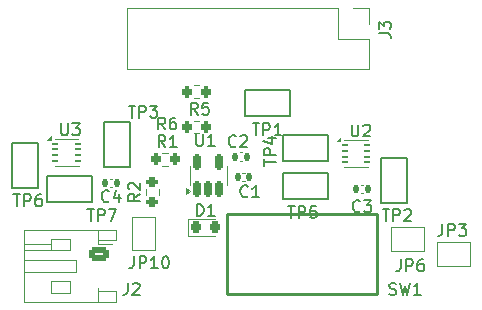
<source format=gbr>
%TF.GenerationSoftware,KiCad,Pcbnew,8.0.1*%
%TF.CreationDate,2024-03-24T23:40:03+02:00*%
%TF.ProjectId,circuit schematic,63697263-7569-4742-9073-6368656d6174,rev?*%
%TF.SameCoordinates,Original*%
%TF.FileFunction,Legend,Top*%
%TF.FilePolarity,Positive*%
%FSLAX46Y46*%
G04 Gerber Fmt 4.6, Leading zero omitted, Abs format (unit mm)*
G04 Created by KiCad (PCBNEW 8.0.1) date 2024-03-24 23:40:03*
%MOMM*%
%LPD*%
G01*
G04 APERTURE LIST*
G04 Aperture macros list*
%AMRoundRect*
0 Rectangle with rounded corners*
0 $1 Rounding radius*
0 $2 $3 $4 $5 $6 $7 $8 $9 X,Y pos of 4 corners*
0 Add a 4 corners polygon primitive as box body*
4,1,4,$2,$3,$4,$5,$6,$7,$8,$9,$2,$3,0*
0 Add four circle primitives for the rounded corners*
1,1,$1+$1,$2,$3*
1,1,$1+$1,$4,$5*
1,1,$1+$1,$6,$7*
1,1,$1+$1,$8,$9*
0 Add four rect primitives between the rounded corners*
20,1,$1+$1,$2,$3,$4,$5,0*
20,1,$1+$1,$4,$5,$6,$7,0*
20,1,$1+$1,$6,$7,$8,$9,0*
20,1,$1+$1,$8,$9,$2,$3,0*%
G04 Aperture macros list end*
%ADD10C,0.150000*%
%ADD11C,0.120000*%
%ADD12C,0.254000*%
%ADD13R,1.700000X1.700000*%
%ADD14O,1.700000X1.700000*%
%ADD15R,0.900000X1.600000*%
%ADD16RoundRect,0.062500X-0.187500X-0.062500X0.187500X-0.062500X0.187500X0.062500X-0.187500X0.062500X0*%
%ADD17RoundRect,0.218750X-0.218750X-0.256250X0.218750X-0.256250X0.218750X0.256250X-0.218750X0.256250X0*%
%ADD18RoundRect,0.150000X0.150000X-0.512500X0.150000X0.512500X-0.150000X0.512500X-0.150000X-0.512500X0*%
%ADD19R,3.400000X1.800000*%
%ADD20R,1.800000X3.400000*%
%ADD21C,2.500000*%
%ADD22RoundRect,0.200000X-0.200000X-0.275000X0.200000X-0.275000X0.200000X0.275000X-0.200000X0.275000X0*%
%ADD23RoundRect,0.200000X-0.275000X0.200000X-0.275000X-0.200000X0.275000X-0.200000X0.275000X0.200000X0*%
%ADD24RoundRect,0.200000X0.200000X0.275000X-0.200000X0.275000X-0.200000X-0.275000X0.200000X-0.275000X0*%
%ADD25R,1.500000X1.000000*%
%ADD26R,1.000000X1.500000*%
%ADD27RoundRect,0.250000X-0.625000X0.350000X-0.625000X-0.350000X0.625000X-0.350000X0.625000X0.350000X0*%
%ADD28O,1.750000X1.200000*%
%ADD29RoundRect,0.140000X0.140000X0.170000X-0.140000X0.170000X-0.140000X-0.170000X0.140000X-0.170000X0*%
%ADD30RoundRect,0.140000X-0.140000X-0.170000X0.140000X-0.170000X0.140000X0.170000X-0.140000X0.170000X0*%
G04 APERTURE END LIST*
D10*
X136704819Y-53333333D02*
X137419104Y-53333333D01*
X137419104Y-53333333D02*
X137561961Y-53380952D01*
X137561961Y-53380952D02*
X137657200Y-53476190D01*
X137657200Y-53476190D02*
X137704819Y-53619047D01*
X137704819Y-53619047D02*
X137704819Y-53714285D01*
X136704819Y-52952380D02*
X136704819Y-52333333D01*
X136704819Y-52333333D02*
X137085771Y-52666666D01*
X137085771Y-52666666D02*
X137085771Y-52523809D01*
X137085771Y-52523809D02*
X137133390Y-52428571D01*
X137133390Y-52428571D02*
X137181009Y-52380952D01*
X137181009Y-52380952D02*
X137276247Y-52333333D01*
X137276247Y-52333333D02*
X137514342Y-52333333D01*
X137514342Y-52333333D02*
X137609580Y-52380952D01*
X137609580Y-52380952D02*
X137657200Y-52428571D01*
X137657200Y-52428571D02*
X137704819Y-52523809D01*
X137704819Y-52523809D02*
X137704819Y-52809523D01*
X137704819Y-52809523D02*
X137657200Y-52904761D01*
X137657200Y-52904761D02*
X137609580Y-52952380D01*
X134368095Y-61054819D02*
X134368095Y-61864342D01*
X134368095Y-61864342D02*
X134415714Y-61959580D01*
X134415714Y-61959580D02*
X134463333Y-62007200D01*
X134463333Y-62007200D02*
X134558571Y-62054819D01*
X134558571Y-62054819D02*
X134749047Y-62054819D01*
X134749047Y-62054819D02*
X134844285Y-62007200D01*
X134844285Y-62007200D02*
X134891904Y-61959580D01*
X134891904Y-61959580D02*
X134939523Y-61864342D01*
X134939523Y-61864342D02*
X134939523Y-61054819D01*
X135368095Y-61150057D02*
X135415714Y-61102438D01*
X135415714Y-61102438D02*
X135510952Y-61054819D01*
X135510952Y-61054819D02*
X135749047Y-61054819D01*
X135749047Y-61054819D02*
X135844285Y-61102438D01*
X135844285Y-61102438D02*
X135891904Y-61150057D01*
X135891904Y-61150057D02*
X135939523Y-61245295D01*
X135939523Y-61245295D02*
X135939523Y-61340533D01*
X135939523Y-61340533D02*
X135891904Y-61483390D01*
X135891904Y-61483390D02*
X135320476Y-62054819D01*
X135320476Y-62054819D02*
X135939523Y-62054819D01*
X121261905Y-68774819D02*
X121261905Y-67774819D01*
X121261905Y-67774819D02*
X121500000Y-67774819D01*
X121500000Y-67774819D02*
X121642857Y-67822438D01*
X121642857Y-67822438D02*
X121738095Y-67917676D01*
X121738095Y-67917676D02*
X121785714Y-68012914D01*
X121785714Y-68012914D02*
X121833333Y-68203390D01*
X121833333Y-68203390D02*
X121833333Y-68346247D01*
X121833333Y-68346247D02*
X121785714Y-68536723D01*
X121785714Y-68536723D02*
X121738095Y-68631961D01*
X121738095Y-68631961D02*
X121642857Y-68727200D01*
X121642857Y-68727200D02*
X121500000Y-68774819D01*
X121500000Y-68774819D02*
X121261905Y-68774819D01*
X122785714Y-68774819D02*
X122214286Y-68774819D01*
X122500000Y-68774819D02*
X122500000Y-67774819D01*
X122500000Y-67774819D02*
X122404762Y-67917676D01*
X122404762Y-67917676D02*
X122309524Y-68012914D01*
X122309524Y-68012914D02*
X122214286Y-68060533D01*
X109788095Y-60954819D02*
X109788095Y-61764342D01*
X109788095Y-61764342D02*
X109835714Y-61859580D01*
X109835714Y-61859580D02*
X109883333Y-61907200D01*
X109883333Y-61907200D02*
X109978571Y-61954819D01*
X109978571Y-61954819D02*
X110169047Y-61954819D01*
X110169047Y-61954819D02*
X110264285Y-61907200D01*
X110264285Y-61907200D02*
X110311904Y-61859580D01*
X110311904Y-61859580D02*
X110359523Y-61764342D01*
X110359523Y-61764342D02*
X110359523Y-60954819D01*
X110740476Y-60954819D02*
X111359523Y-60954819D01*
X111359523Y-60954819D02*
X111026190Y-61335771D01*
X111026190Y-61335771D02*
X111169047Y-61335771D01*
X111169047Y-61335771D02*
X111264285Y-61383390D01*
X111264285Y-61383390D02*
X111311904Y-61431009D01*
X111311904Y-61431009D02*
X111359523Y-61526247D01*
X111359523Y-61526247D02*
X111359523Y-61764342D01*
X111359523Y-61764342D02*
X111311904Y-61859580D01*
X111311904Y-61859580D02*
X111264285Y-61907200D01*
X111264285Y-61907200D02*
X111169047Y-61954819D01*
X111169047Y-61954819D02*
X110883333Y-61954819D01*
X110883333Y-61954819D02*
X110788095Y-61907200D01*
X110788095Y-61907200D02*
X110740476Y-61859580D01*
X121208095Y-61842319D02*
X121208095Y-62651842D01*
X121208095Y-62651842D02*
X121255714Y-62747080D01*
X121255714Y-62747080D02*
X121303333Y-62794700D01*
X121303333Y-62794700D02*
X121398571Y-62842319D01*
X121398571Y-62842319D02*
X121589047Y-62842319D01*
X121589047Y-62842319D02*
X121684285Y-62794700D01*
X121684285Y-62794700D02*
X121731904Y-62747080D01*
X121731904Y-62747080D02*
X121779523Y-62651842D01*
X121779523Y-62651842D02*
X121779523Y-61842319D01*
X122779523Y-62842319D02*
X122208095Y-62842319D01*
X122493809Y-62842319D02*
X122493809Y-61842319D01*
X122493809Y-61842319D02*
X122398571Y-61985176D01*
X122398571Y-61985176D02*
X122303333Y-62080414D01*
X122303333Y-62080414D02*
X122208095Y-62128033D01*
X111988095Y-68204819D02*
X112559523Y-68204819D01*
X112273809Y-69204819D02*
X112273809Y-68204819D01*
X112892857Y-69204819D02*
X112892857Y-68204819D01*
X112892857Y-68204819D02*
X113273809Y-68204819D01*
X113273809Y-68204819D02*
X113369047Y-68252438D01*
X113369047Y-68252438D02*
X113416666Y-68300057D01*
X113416666Y-68300057D02*
X113464285Y-68395295D01*
X113464285Y-68395295D02*
X113464285Y-68538152D01*
X113464285Y-68538152D02*
X113416666Y-68633390D01*
X113416666Y-68633390D02*
X113369047Y-68681009D01*
X113369047Y-68681009D02*
X113273809Y-68728628D01*
X113273809Y-68728628D02*
X112892857Y-68728628D01*
X113797619Y-68204819D02*
X114464285Y-68204819D01*
X114464285Y-68204819D02*
X114035714Y-69204819D01*
X105738095Y-66954819D02*
X106309523Y-66954819D01*
X106023809Y-67954819D02*
X106023809Y-66954819D01*
X106642857Y-67954819D02*
X106642857Y-66954819D01*
X106642857Y-66954819D02*
X107023809Y-66954819D01*
X107023809Y-66954819D02*
X107119047Y-67002438D01*
X107119047Y-67002438D02*
X107166666Y-67050057D01*
X107166666Y-67050057D02*
X107214285Y-67145295D01*
X107214285Y-67145295D02*
X107214285Y-67288152D01*
X107214285Y-67288152D02*
X107166666Y-67383390D01*
X107166666Y-67383390D02*
X107119047Y-67431009D01*
X107119047Y-67431009D02*
X107023809Y-67478628D01*
X107023809Y-67478628D02*
X106642857Y-67478628D01*
X108071428Y-66954819D02*
X107880952Y-66954819D01*
X107880952Y-66954819D02*
X107785714Y-67002438D01*
X107785714Y-67002438D02*
X107738095Y-67050057D01*
X107738095Y-67050057D02*
X107642857Y-67192914D01*
X107642857Y-67192914D02*
X107595238Y-67383390D01*
X107595238Y-67383390D02*
X107595238Y-67764342D01*
X107595238Y-67764342D02*
X107642857Y-67859580D01*
X107642857Y-67859580D02*
X107690476Y-67907200D01*
X107690476Y-67907200D02*
X107785714Y-67954819D01*
X107785714Y-67954819D02*
X107976190Y-67954819D01*
X107976190Y-67954819D02*
X108071428Y-67907200D01*
X108071428Y-67907200D02*
X108119047Y-67859580D01*
X108119047Y-67859580D02*
X108166666Y-67764342D01*
X108166666Y-67764342D02*
X108166666Y-67526247D01*
X108166666Y-67526247D02*
X108119047Y-67431009D01*
X108119047Y-67431009D02*
X108071428Y-67383390D01*
X108071428Y-67383390D02*
X107976190Y-67335771D01*
X107976190Y-67335771D02*
X107785714Y-67335771D01*
X107785714Y-67335771D02*
X107690476Y-67383390D01*
X107690476Y-67383390D02*
X107642857Y-67431009D01*
X107642857Y-67431009D02*
X107595238Y-67526247D01*
X128988095Y-67954819D02*
X129559523Y-67954819D01*
X129273809Y-68954819D02*
X129273809Y-67954819D01*
X129892857Y-68954819D02*
X129892857Y-67954819D01*
X129892857Y-67954819D02*
X130273809Y-67954819D01*
X130273809Y-67954819D02*
X130369047Y-68002438D01*
X130369047Y-68002438D02*
X130416666Y-68050057D01*
X130416666Y-68050057D02*
X130464285Y-68145295D01*
X130464285Y-68145295D02*
X130464285Y-68288152D01*
X130464285Y-68288152D02*
X130416666Y-68383390D01*
X130416666Y-68383390D02*
X130369047Y-68431009D01*
X130369047Y-68431009D02*
X130273809Y-68478628D01*
X130273809Y-68478628D02*
X129892857Y-68478628D01*
X131369047Y-67954819D02*
X130892857Y-67954819D01*
X130892857Y-67954819D02*
X130845238Y-68431009D01*
X130845238Y-68431009D02*
X130892857Y-68383390D01*
X130892857Y-68383390D02*
X130988095Y-68335771D01*
X130988095Y-68335771D02*
X131226190Y-68335771D01*
X131226190Y-68335771D02*
X131321428Y-68383390D01*
X131321428Y-68383390D02*
X131369047Y-68431009D01*
X131369047Y-68431009D02*
X131416666Y-68526247D01*
X131416666Y-68526247D02*
X131416666Y-68764342D01*
X131416666Y-68764342D02*
X131369047Y-68859580D01*
X131369047Y-68859580D02*
X131321428Y-68907200D01*
X131321428Y-68907200D02*
X131226190Y-68954819D01*
X131226190Y-68954819D02*
X130988095Y-68954819D01*
X130988095Y-68954819D02*
X130892857Y-68907200D01*
X130892857Y-68907200D02*
X130845238Y-68859580D01*
X126954819Y-64511904D02*
X126954819Y-63940476D01*
X127954819Y-64226190D02*
X126954819Y-64226190D01*
X127954819Y-63607142D02*
X126954819Y-63607142D01*
X126954819Y-63607142D02*
X126954819Y-63226190D01*
X126954819Y-63226190D02*
X127002438Y-63130952D01*
X127002438Y-63130952D02*
X127050057Y-63083333D01*
X127050057Y-63083333D02*
X127145295Y-63035714D01*
X127145295Y-63035714D02*
X127288152Y-63035714D01*
X127288152Y-63035714D02*
X127383390Y-63083333D01*
X127383390Y-63083333D02*
X127431009Y-63130952D01*
X127431009Y-63130952D02*
X127478628Y-63226190D01*
X127478628Y-63226190D02*
X127478628Y-63607142D01*
X127288152Y-62178571D02*
X127954819Y-62178571D01*
X126907200Y-62416666D02*
X127621485Y-62654761D01*
X127621485Y-62654761D02*
X127621485Y-62035714D01*
X115488095Y-59454819D02*
X116059523Y-59454819D01*
X115773809Y-60454819D02*
X115773809Y-59454819D01*
X116392857Y-60454819D02*
X116392857Y-59454819D01*
X116392857Y-59454819D02*
X116773809Y-59454819D01*
X116773809Y-59454819D02*
X116869047Y-59502438D01*
X116869047Y-59502438D02*
X116916666Y-59550057D01*
X116916666Y-59550057D02*
X116964285Y-59645295D01*
X116964285Y-59645295D02*
X116964285Y-59788152D01*
X116964285Y-59788152D02*
X116916666Y-59883390D01*
X116916666Y-59883390D02*
X116869047Y-59931009D01*
X116869047Y-59931009D02*
X116773809Y-59978628D01*
X116773809Y-59978628D02*
X116392857Y-59978628D01*
X117297619Y-59454819D02*
X117916666Y-59454819D01*
X117916666Y-59454819D02*
X117583333Y-59835771D01*
X117583333Y-59835771D02*
X117726190Y-59835771D01*
X117726190Y-59835771D02*
X117821428Y-59883390D01*
X117821428Y-59883390D02*
X117869047Y-59931009D01*
X117869047Y-59931009D02*
X117916666Y-60026247D01*
X117916666Y-60026247D02*
X117916666Y-60264342D01*
X117916666Y-60264342D02*
X117869047Y-60359580D01*
X117869047Y-60359580D02*
X117821428Y-60407200D01*
X117821428Y-60407200D02*
X117726190Y-60454819D01*
X117726190Y-60454819D02*
X117440476Y-60454819D01*
X117440476Y-60454819D02*
X117345238Y-60407200D01*
X117345238Y-60407200D02*
X117297619Y-60359580D01*
X136988095Y-68204819D02*
X137559523Y-68204819D01*
X137273809Y-69204819D02*
X137273809Y-68204819D01*
X137892857Y-69204819D02*
X137892857Y-68204819D01*
X137892857Y-68204819D02*
X138273809Y-68204819D01*
X138273809Y-68204819D02*
X138369047Y-68252438D01*
X138369047Y-68252438D02*
X138416666Y-68300057D01*
X138416666Y-68300057D02*
X138464285Y-68395295D01*
X138464285Y-68395295D02*
X138464285Y-68538152D01*
X138464285Y-68538152D02*
X138416666Y-68633390D01*
X138416666Y-68633390D02*
X138369047Y-68681009D01*
X138369047Y-68681009D02*
X138273809Y-68728628D01*
X138273809Y-68728628D02*
X137892857Y-68728628D01*
X138845238Y-68300057D02*
X138892857Y-68252438D01*
X138892857Y-68252438D02*
X138988095Y-68204819D01*
X138988095Y-68204819D02*
X139226190Y-68204819D01*
X139226190Y-68204819D02*
X139321428Y-68252438D01*
X139321428Y-68252438D02*
X139369047Y-68300057D01*
X139369047Y-68300057D02*
X139416666Y-68395295D01*
X139416666Y-68395295D02*
X139416666Y-68490533D01*
X139416666Y-68490533D02*
X139369047Y-68633390D01*
X139369047Y-68633390D02*
X138797619Y-69204819D01*
X138797619Y-69204819D02*
X139416666Y-69204819D01*
X125988095Y-60954819D02*
X126559523Y-60954819D01*
X126273809Y-61954819D02*
X126273809Y-60954819D01*
X126892857Y-61954819D02*
X126892857Y-60954819D01*
X126892857Y-60954819D02*
X127273809Y-60954819D01*
X127273809Y-60954819D02*
X127369047Y-61002438D01*
X127369047Y-61002438D02*
X127416666Y-61050057D01*
X127416666Y-61050057D02*
X127464285Y-61145295D01*
X127464285Y-61145295D02*
X127464285Y-61288152D01*
X127464285Y-61288152D02*
X127416666Y-61383390D01*
X127416666Y-61383390D02*
X127369047Y-61431009D01*
X127369047Y-61431009D02*
X127273809Y-61478628D01*
X127273809Y-61478628D02*
X126892857Y-61478628D01*
X128416666Y-61954819D02*
X127845238Y-61954819D01*
X128130952Y-61954819D02*
X128130952Y-60954819D01*
X128130952Y-60954819D02*
X128035714Y-61097676D01*
X128035714Y-61097676D02*
X127940476Y-61192914D01*
X127940476Y-61192914D02*
X127845238Y-61240533D01*
X137566667Y-75407200D02*
X137709524Y-75454819D01*
X137709524Y-75454819D02*
X137947619Y-75454819D01*
X137947619Y-75454819D02*
X138042857Y-75407200D01*
X138042857Y-75407200D02*
X138090476Y-75359580D01*
X138090476Y-75359580D02*
X138138095Y-75264342D01*
X138138095Y-75264342D02*
X138138095Y-75169104D01*
X138138095Y-75169104D02*
X138090476Y-75073866D01*
X138090476Y-75073866D02*
X138042857Y-75026247D01*
X138042857Y-75026247D02*
X137947619Y-74978628D01*
X137947619Y-74978628D02*
X137757143Y-74931009D01*
X137757143Y-74931009D02*
X137661905Y-74883390D01*
X137661905Y-74883390D02*
X137614286Y-74835771D01*
X137614286Y-74835771D02*
X137566667Y-74740533D01*
X137566667Y-74740533D02*
X137566667Y-74645295D01*
X137566667Y-74645295D02*
X137614286Y-74550057D01*
X137614286Y-74550057D02*
X137661905Y-74502438D01*
X137661905Y-74502438D02*
X137757143Y-74454819D01*
X137757143Y-74454819D02*
X137995238Y-74454819D01*
X137995238Y-74454819D02*
X138138095Y-74502438D01*
X138471429Y-74454819D02*
X138709524Y-75454819D01*
X138709524Y-75454819D02*
X138900000Y-74740533D01*
X138900000Y-74740533D02*
X139090476Y-75454819D01*
X139090476Y-75454819D02*
X139328572Y-74454819D01*
X140233333Y-75454819D02*
X139661905Y-75454819D01*
X139947619Y-75454819D02*
X139947619Y-74454819D01*
X139947619Y-74454819D02*
X139852381Y-74597676D01*
X139852381Y-74597676D02*
X139757143Y-74692914D01*
X139757143Y-74692914D02*
X139661905Y-74740533D01*
X118583333Y-61454819D02*
X118250000Y-60978628D01*
X118011905Y-61454819D02*
X118011905Y-60454819D01*
X118011905Y-60454819D02*
X118392857Y-60454819D01*
X118392857Y-60454819D02*
X118488095Y-60502438D01*
X118488095Y-60502438D02*
X118535714Y-60550057D01*
X118535714Y-60550057D02*
X118583333Y-60645295D01*
X118583333Y-60645295D02*
X118583333Y-60788152D01*
X118583333Y-60788152D02*
X118535714Y-60883390D01*
X118535714Y-60883390D02*
X118488095Y-60931009D01*
X118488095Y-60931009D02*
X118392857Y-60978628D01*
X118392857Y-60978628D02*
X118011905Y-60978628D01*
X119440476Y-60454819D02*
X119250000Y-60454819D01*
X119250000Y-60454819D02*
X119154762Y-60502438D01*
X119154762Y-60502438D02*
X119107143Y-60550057D01*
X119107143Y-60550057D02*
X119011905Y-60692914D01*
X119011905Y-60692914D02*
X118964286Y-60883390D01*
X118964286Y-60883390D02*
X118964286Y-61264342D01*
X118964286Y-61264342D02*
X119011905Y-61359580D01*
X119011905Y-61359580D02*
X119059524Y-61407200D01*
X119059524Y-61407200D02*
X119154762Y-61454819D01*
X119154762Y-61454819D02*
X119345238Y-61454819D01*
X119345238Y-61454819D02*
X119440476Y-61407200D01*
X119440476Y-61407200D02*
X119488095Y-61359580D01*
X119488095Y-61359580D02*
X119535714Y-61264342D01*
X119535714Y-61264342D02*
X119535714Y-61026247D01*
X119535714Y-61026247D02*
X119488095Y-60931009D01*
X119488095Y-60931009D02*
X119440476Y-60883390D01*
X119440476Y-60883390D02*
X119345238Y-60835771D01*
X119345238Y-60835771D02*
X119154762Y-60835771D01*
X119154762Y-60835771D02*
X119059524Y-60883390D01*
X119059524Y-60883390D02*
X119011905Y-60931009D01*
X119011905Y-60931009D02*
X118964286Y-61026247D01*
X121333333Y-60204819D02*
X121000000Y-59728628D01*
X120761905Y-60204819D02*
X120761905Y-59204819D01*
X120761905Y-59204819D02*
X121142857Y-59204819D01*
X121142857Y-59204819D02*
X121238095Y-59252438D01*
X121238095Y-59252438D02*
X121285714Y-59300057D01*
X121285714Y-59300057D02*
X121333333Y-59395295D01*
X121333333Y-59395295D02*
X121333333Y-59538152D01*
X121333333Y-59538152D02*
X121285714Y-59633390D01*
X121285714Y-59633390D02*
X121238095Y-59681009D01*
X121238095Y-59681009D02*
X121142857Y-59728628D01*
X121142857Y-59728628D02*
X120761905Y-59728628D01*
X122238095Y-59204819D02*
X121761905Y-59204819D01*
X121761905Y-59204819D02*
X121714286Y-59681009D01*
X121714286Y-59681009D02*
X121761905Y-59633390D01*
X121761905Y-59633390D02*
X121857143Y-59585771D01*
X121857143Y-59585771D02*
X122095238Y-59585771D01*
X122095238Y-59585771D02*
X122190476Y-59633390D01*
X122190476Y-59633390D02*
X122238095Y-59681009D01*
X122238095Y-59681009D02*
X122285714Y-59776247D01*
X122285714Y-59776247D02*
X122285714Y-60014342D01*
X122285714Y-60014342D02*
X122238095Y-60109580D01*
X122238095Y-60109580D02*
X122190476Y-60157200D01*
X122190476Y-60157200D02*
X122095238Y-60204819D01*
X122095238Y-60204819D02*
X121857143Y-60204819D01*
X121857143Y-60204819D02*
X121761905Y-60157200D01*
X121761905Y-60157200D02*
X121714286Y-60109580D01*
X116454819Y-66916666D02*
X115978628Y-67249999D01*
X116454819Y-67488094D02*
X115454819Y-67488094D01*
X115454819Y-67488094D02*
X115454819Y-67107142D01*
X115454819Y-67107142D02*
X115502438Y-67011904D01*
X115502438Y-67011904D02*
X115550057Y-66964285D01*
X115550057Y-66964285D02*
X115645295Y-66916666D01*
X115645295Y-66916666D02*
X115788152Y-66916666D01*
X115788152Y-66916666D02*
X115883390Y-66964285D01*
X115883390Y-66964285D02*
X115931009Y-67011904D01*
X115931009Y-67011904D02*
X115978628Y-67107142D01*
X115978628Y-67107142D02*
X115978628Y-67488094D01*
X115550057Y-66535713D02*
X115502438Y-66488094D01*
X115502438Y-66488094D02*
X115454819Y-66392856D01*
X115454819Y-66392856D02*
X115454819Y-66154761D01*
X115454819Y-66154761D02*
X115502438Y-66059523D01*
X115502438Y-66059523D02*
X115550057Y-66011904D01*
X115550057Y-66011904D02*
X115645295Y-65964285D01*
X115645295Y-65964285D02*
X115740533Y-65964285D01*
X115740533Y-65964285D02*
X115883390Y-66011904D01*
X115883390Y-66011904D02*
X116454819Y-66583332D01*
X116454819Y-66583332D02*
X116454819Y-65964285D01*
X118603333Y-62954819D02*
X118270000Y-62478628D01*
X118031905Y-62954819D02*
X118031905Y-61954819D01*
X118031905Y-61954819D02*
X118412857Y-61954819D01*
X118412857Y-61954819D02*
X118508095Y-62002438D01*
X118508095Y-62002438D02*
X118555714Y-62050057D01*
X118555714Y-62050057D02*
X118603333Y-62145295D01*
X118603333Y-62145295D02*
X118603333Y-62288152D01*
X118603333Y-62288152D02*
X118555714Y-62383390D01*
X118555714Y-62383390D02*
X118508095Y-62431009D01*
X118508095Y-62431009D02*
X118412857Y-62478628D01*
X118412857Y-62478628D02*
X118031905Y-62478628D01*
X119555714Y-62954819D02*
X118984286Y-62954819D01*
X119270000Y-62954819D02*
X119270000Y-61954819D01*
X119270000Y-61954819D02*
X119174762Y-62097676D01*
X119174762Y-62097676D02*
X119079524Y-62192914D01*
X119079524Y-62192914D02*
X118984286Y-62240533D01*
X115940476Y-72204819D02*
X115940476Y-72919104D01*
X115940476Y-72919104D02*
X115892857Y-73061961D01*
X115892857Y-73061961D02*
X115797619Y-73157200D01*
X115797619Y-73157200D02*
X115654762Y-73204819D01*
X115654762Y-73204819D02*
X115559524Y-73204819D01*
X116416667Y-73204819D02*
X116416667Y-72204819D01*
X116416667Y-72204819D02*
X116797619Y-72204819D01*
X116797619Y-72204819D02*
X116892857Y-72252438D01*
X116892857Y-72252438D02*
X116940476Y-72300057D01*
X116940476Y-72300057D02*
X116988095Y-72395295D01*
X116988095Y-72395295D02*
X116988095Y-72538152D01*
X116988095Y-72538152D02*
X116940476Y-72633390D01*
X116940476Y-72633390D02*
X116892857Y-72681009D01*
X116892857Y-72681009D02*
X116797619Y-72728628D01*
X116797619Y-72728628D02*
X116416667Y-72728628D01*
X117940476Y-73204819D02*
X117369048Y-73204819D01*
X117654762Y-73204819D02*
X117654762Y-72204819D01*
X117654762Y-72204819D02*
X117559524Y-72347676D01*
X117559524Y-72347676D02*
X117464286Y-72442914D01*
X117464286Y-72442914D02*
X117369048Y-72490533D01*
X118559524Y-72204819D02*
X118654762Y-72204819D01*
X118654762Y-72204819D02*
X118750000Y-72252438D01*
X118750000Y-72252438D02*
X118797619Y-72300057D01*
X118797619Y-72300057D02*
X118845238Y-72395295D01*
X118845238Y-72395295D02*
X118892857Y-72585771D01*
X118892857Y-72585771D02*
X118892857Y-72823866D01*
X118892857Y-72823866D02*
X118845238Y-73014342D01*
X118845238Y-73014342D02*
X118797619Y-73109580D01*
X118797619Y-73109580D02*
X118750000Y-73157200D01*
X118750000Y-73157200D02*
X118654762Y-73204819D01*
X118654762Y-73204819D02*
X118559524Y-73204819D01*
X118559524Y-73204819D02*
X118464286Y-73157200D01*
X118464286Y-73157200D02*
X118416667Y-73109580D01*
X118416667Y-73109580D02*
X118369048Y-73014342D01*
X118369048Y-73014342D02*
X118321429Y-72823866D01*
X118321429Y-72823866D02*
X118321429Y-72585771D01*
X118321429Y-72585771D02*
X118369048Y-72395295D01*
X118369048Y-72395295D02*
X118416667Y-72300057D01*
X118416667Y-72300057D02*
X118464286Y-72252438D01*
X118464286Y-72252438D02*
X118559524Y-72204819D01*
X138516666Y-72454819D02*
X138516666Y-73169104D01*
X138516666Y-73169104D02*
X138469047Y-73311961D01*
X138469047Y-73311961D02*
X138373809Y-73407200D01*
X138373809Y-73407200D02*
X138230952Y-73454819D01*
X138230952Y-73454819D02*
X138135714Y-73454819D01*
X138992857Y-73454819D02*
X138992857Y-72454819D01*
X138992857Y-72454819D02*
X139373809Y-72454819D01*
X139373809Y-72454819D02*
X139469047Y-72502438D01*
X139469047Y-72502438D02*
X139516666Y-72550057D01*
X139516666Y-72550057D02*
X139564285Y-72645295D01*
X139564285Y-72645295D02*
X139564285Y-72788152D01*
X139564285Y-72788152D02*
X139516666Y-72883390D01*
X139516666Y-72883390D02*
X139469047Y-72931009D01*
X139469047Y-72931009D02*
X139373809Y-72978628D01*
X139373809Y-72978628D02*
X138992857Y-72978628D01*
X140421428Y-72454819D02*
X140230952Y-72454819D01*
X140230952Y-72454819D02*
X140135714Y-72502438D01*
X140135714Y-72502438D02*
X140088095Y-72550057D01*
X140088095Y-72550057D02*
X139992857Y-72692914D01*
X139992857Y-72692914D02*
X139945238Y-72883390D01*
X139945238Y-72883390D02*
X139945238Y-73264342D01*
X139945238Y-73264342D02*
X139992857Y-73359580D01*
X139992857Y-73359580D02*
X140040476Y-73407200D01*
X140040476Y-73407200D02*
X140135714Y-73454819D01*
X140135714Y-73454819D02*
X140326190Y-73454819D01*
X140326190Y-73454819D02*
X140421428Y-73407200D01*
X140421428Y-73407200D02*
X140469047Y-73359580D01*
X140469047Y-73359580D02*
X140516666Y-73264342D01*
X140516666Y-73264342D02*
X140516666Y-73026247D01*
X140516666Y-73026247D02*
X140469047Y-72931009D01*
X140469047Y-72931009D02*
X140421428Y-72883390D01*
X140421428Y-72883390D02*
X140326190Y-72835771D01*
X140326190Y-72835771D02*
X140135714Y-72835771D01*
X140135714Y-72835771D02*
X140040476Y-72883390D01*
X140040476Y-72883390D02*
X139992857Y-72931009D01*
X139992857Y-72931009D02*
X139945238Y-73026247D01*
X142066666Y-69454819D02*
X142066666Y-70169104D01*
X142066666Y-70169104D02*
X142019047Y-70311961D01*
X142019047Y-70311961D02*
X141923809Y-70407200D01*
X141923809Y-70407200D02*
X141780952Y-70454819D01*
X141780952Y-70454819D02*
X141685714Y-70454819D01*
X142542857Y-70454819D02*
X142542857Y-69454819D01*
X142542857Y-69454819D02*
X142923809Y-69454819D01*
X142923809Y-69454819D02*
X143019047Y-69502438D01*
X143019047Y-69502438D02*
X143066666Y-69550057D01*
X143066666Y-69550057D02*
X143114285Y-69645295D01*
X143114285Y-69645295D02*
X143114285Y-69788152D01*
X143114285Y-69788152D02*
X143066666Y-69883390D01*
X143066666Y-69883390D02*
X143019047Y-69931009D01*
X143019047Y-69931009D02*
X142923809Y-69978628D01*
X142923809Y-69978628D02*
X142542857Y-69978628D01*
X143447619Y-69454819D02*
X144066666Y-69454819D01*
X144066666Y-69454819D02*
X143733333Y-69835771D01*
X143733333Y-69835771D02*
X143876190Y-69835771D01*
X143876190Y-69835771D02*
X143971428Y-69883390D01*
X143971428Y-69883390D02*
X144019047Y-69931009D01*
X144019047Y-69931009D02*
X144066666Y-70026247D01*
X144066666Y-70026247D02*
X144066666Y-70264342D01*
X144066666Y-70264342D02*
X144019047Y-70359580D01*
X144019047Y-70359580D02*
X143971428Y-70407200D01*
X143971428Y-70407200D02*
X143876190Y-70454819D01*
X143876190Y-70454819D02*
X143590476Y-70454819D01*
X143590476Y-70454819D02*
X143495238Y-70407200D01*
X143495238Y-70407200D02*
X143447619Y-70359580D01*
X115416666Y-74454819D02*
X115416666Y-75169104D01*
X115416666Y-75169104D02*
X115369047Y-75311961D01*
X115369047Y-75311961D02*
X115273809Y-75407200D01*
X115273809Y-75407200D02*
X115130952Y-75454819D01*
X115130952Y-75454819D02*
X115035714Y-75454819D01*
X115845238Y-74550057D02*
X115892857Y-74502438D01*
X115892857Y-74502438D02*
X115988095Y-74454819D01*
X115988095Y-74454819D02*
X116226190Y-74454819D01*
X116226190Y-74454819D02*
X116321428Y-74502438D01*
X116321428Y-74502438D02*
X116369047Y-74550057D01*
X116369047Y-74550057D02*
X116416666Y-74645295D01*
X116416666Y-74645295D02*
X116416666Y-74740533D01*
X116416666Y-74740533D02*
X116369047Y-74883390D01*
X116369047Y-74883390D02*
X115797619Y-75454819D01*
X115797619Y-75454819D02*
X116416666Y-75454819D01*
X113833333Y-67519580D02*
X113785714Y-67567200D01*
X113785714Y-67567200D02*
X113642857Y-67614819D01*
X113642857Y-67614819D02*
X113547619Y-67614819D01*
X113547619Y-67614819D02*
X113404762Y-67567200D01*
X113404762Y-67567200D02*
X113309524Y-67471961D01*
X113309524Y-67471961D02*
X113261905Y-67376723D01*
X113261905Y-67376723D02*
X113214286Y-67186247D01*
X113214286Y-67186247D02*
X113214286Y-67043390D01*
X113214286Y-67043390D02*
X113261905Y-66852914D01*
X113261905Y-66852914D02*
X113309524Y-66757676D01*
X113309524Y-66757676D02*
X113404762Y-66662438D01*
X113404762Y-66662438D02*
X113547619Y-66614819D01*
X113547619Y-66614819D02*
X113642857Y-66614819D01*
X113642857Y-66614819D02*
X113785714Y-66662438D01*
X113785714Y-66662438D02*
X113833333Y-66710057D01*
X114690476Y-66948152D02*
X114690476Y-67614819D01*
X114452381Y-66567200D02*
X114214286Y-67281485D01*
X114214286Y-67281485D02*
X114833333Y-67281485D01*
X135083333Y-68359580D02*
X135035714Y-68407200D01*
X135035714Y-68407200D02*
X134892857Y-68454819D01*
X134892857Y-68454819D02*
X134797619Y-68454819D01*
X134797619Y-68454819D02*
X134654762Y-68407200D01*
X134654762Y-68407200D02*
X134559524Y-68311961D01*
X134559524Y-68311961D02*
X134511905Y-68216723D01*
X134511905Y-68216723D02*
X134464286Y-68026247D01*
X134464286Y-68026247D02*
X134464286Y-67883390D01*
X134464286Y-67883390D02*
X134511905Y-67692914D01*
X134511905Y-67692914D02*
X134559524Y-67597676D01*
X134559524Y-67597676D02*
X134654762Y-67502438D01*
X134654762Y-67502438D02*
X134797619Y-67454819D01*
X134797619Y-67454819D02*
X134892857Y-67454819D01*
X134892857Y-67454819D02*
X135035714Y-67502438D01*
X135035714Y-67502438D02*
X135083333Y-67550057D01*
X135416667Y-67454819D02*
X136035714Y-67454819D01*
X136035714Y-67454819D02*
X135702381Y-67835771D01*
X135702381Y-67835771D02*
X135845238Y-67835771D01*
X135845238Y-67835771D02*
X135940476Y-67883390D01*
X135940476Y-67883390D02*
X135988095Y-67931009D01*
X135988095Y-67931009D02*
X136035714Y-68026247D01*
X136035714Y-68026247D02*
X136035714Y-68264342D01*
X136035714Y-68264342D02*
X135988095Y-68359580D01*
X135988095Y-68359580D02*
X135940476Y-68407200D01*
X135940476Y-68407200D02*
X135845238Y-68454819D01*
X135845238Y-68454819D02*
X135559524Y-68454819D01*
X135559524Y-68454819D02*
X135464286Y-68407200D01*
X135464286Y-68407200D02*
X135416667Y-68359580D01*
X124583333Y-62859580D02*
X124535714Y-62907200D01*
X124535714Y-62907200D02*
X124392857Y-62954819D01*
X124392857Y-62954819D02*
X124297619Y-62954819D01*
X124297619Y-62954819D02*
X124154762Y-62907200D01*
X124154762Y-62907200D02*
X124059524Y-62811961D01*
X124059524Y-62811961D02*
X124011905Y-62716723D01*
X124011905Y-62716723D02*
X123964286Y-62526247D01*
X123964286Y-62526247D02*
X123964286Y-62383390D01*
X123964286Y-62383390D02*
X124011905Y-62192914D01*
X124011905Y-62192914D02*
X124059524Y-62097676D01*
X124059524Y-62097676D02*
X124154762Y-62002438D01*
X124154762Y-62002438D02*
X124297619Y-61954819D01*
X124297619Y-61954819D02*
X124392857Y-61954819D01*
X124392857Y-61954819D02*
X124535714Y-62002438D01*
X124535714Y-62002438D02*
X124583333Y-62050057D01*
X124964286Y-62050057D02*
X125011905Y-62002438D01*
X125011905Y-62002438D02*
X125107143Y-61954819D01*
X125107143Y-61954819D02*
X125345238Y-61954819D01*
X125345238Y-61954819D02*
X125440476Y-62002438D01*
X125440476Y-62002438D02*
X125488095Y-62050057D01*
X125488095Y-62050057D02*
X125535714Y-62145295D01*
X125535714Y-62145295D02*
X125535714Y-62240533D01*
X125535714Y-62240533D02*
X125488095Y-62383390D01*
X125488095Y-62383390D02*
X124916667Y-62954819D01*
X124916667Y-62954819D02*
X125535714Y-62954819D01*
X125583333Y-67109580D02*
X125535714Y-67157200D01*
X125535714Y-67157200D02*
X125392857Y-67204819D01*
X125392857Y-67204819D02*
X125297619Y-67204819D01*
X125297619Y-67204819D02*
X125154762Y-67157200D01*
X125154762Y-67157200D02*
X125059524Y-67061961D01*
X125059524Y-67061961D02*
X125011905Y-66966723D01*
X125011905Y-66966723D02*
X124964286Y-66776247D01*
X124964286Y-66776247D02*
X124964286Y-66633390D01*
X124964286Y-66633390D02*
X125011905Y-66442914D01*
X125011905Y-66442914D02*
X125059524Y-66347676D01*
X125059524Y-66347676D02*
X125154762Y-66252438D01*
X125154762Y-66252438D02*
X125297619Y-66204819D01*
X125297619Y-66204819D02*
X125392857Y-66204819D01*
X125392857Y-66204819D02*
X125535714Y-66252438D01*
X125535714Y-66252438D02*
X125583333Y-66300057D01*
X126535714Y-67204819D02*
X125964286Y-67204819D01*
X126250000Y-67204819D02*
X126250000Y-66204819D01*
X126250000Y-66204819D02*
X126154762Y-66347676D01*
X126154762Y-66347676D02*
X126059524Y-66442914D01*
X126059524Y-66442914D02*
X125964286Y-66490533D01*
D11*
%TO.C,J3*%
X135830000Y-51170000D02*
X135830000Y-52500000D01*
X134500000Y-51170000D02*
X135830000Y-51170000D01*
X133230000Y-51170000D02*
X115390000Y-51170000D01*
X133230000Y-51170000D02*
X133230000Y-53770000D01*
X115390000Y-51170000D02*
X115390000Y-56370000D01*
X135830000Y-53770000D02*
X135830000Y-56370000D01*
X133230000Y-53770000D02*
X135830000Y-53770000D01*
X135830000Y-56370000D02*
X115390000Y-56370000D01*
%TO.C,U2*%
X133380000Y-62430000D02*
X133100000Y-62430000D01*
X133380000Y-62150000D01*
X133380000Y-62430000D01*
G36*
X133380000Y-62430000D02*
G01*
X133100000Y-62430000D01*
X133380000Y-62150000D01*
X133380000Y-62430000D01*
G37*
X133750000Y-64640000D02*
X135750000Y-64640000D01*
X133740000Y-62360000D02*
X135740000Y-62360000D01*
%TO.C,D1*%
X120515000Y-69015000D02*
X120515000Y-70485000D01*
X120515000Y-70485000D02*
X122800000Y-70485000D01*
X122800000Y-69015000D02*
X120515000Y-69015000D01*
%TO.C,U3*%
X109240000Y-62260000D02*
X111240000Y-62260000D01*
X109250000Y-64540000D02*
X111250000Y-64540000D01*
X108880000Y-62330000D02*
X108600000Y-62330000D01*
X108880000Y-62050000D01*
X108880000Y-62330000D01*
G36*
X108880000Y-62330000D02*
G01*
X108600000Y-62330000D01*
X108880000Y-62050000D01*
X108880000Y-62330000D01*
G37*
%TO.C,U1*%
X120660000Y-65387500D02*
X120660000Y-66187500D01*
X120660000Y-65387500D02*
X120660000Y-64587500D01*
X123780000Y-65387500D02*
X123780000Y-66187500D01*
X123780000Y-65387500D02*
X123780000Y-64587500D01*
X120710000Y-66687500D02*
X120380000Y-66927500D01*
X120380000Y-66447500D01*
X120710000Y-66687500D01*
G36*
X120710000Y-66687500D02*
G01*
X120380000Y-66927500D01*
X120380000Y-66447500D01*
X120710000Y-66687500D01*
G37*
D10*
%TO.C,TP7*%
X112400000Y-67600000D02*
X108600000Y-67600000D01*
X112400000Y-65400000D02*
X112400000Y-67600000D01*
X108600000Y-67600000D02*
X108600000Y-65400000D01*
X108600000Y-65400000D02*
X112400000Y-65400000D01*
%TO.C,TP6*%
X105650000Y-66400000D02*
X105650000Y-62600000D01*
X107850000Y-66400000D02*
X105650000Y-66400000D01*
X105650000Y-62600000D02*
X107850000Y-62600000D01*
X107850000Y-62600000D02*
X107850000Y-66400000D01*
%TO.C,TP5*%
X132400000Y-67350000D02*
X128600000Y-67350000D01*
X132400000Y-65150000D02*
X132400000Y-67350000D01*
X128600000Y-67350000D02*
X128600000Y-65150000D01*
X128600000Y-65150000D02*
X132400000Y-65150000D01*
%TO.C,TP4*%
X128600000Y-61900000D02*
X132400000Y-61900000D01*
X128600000Y-64100000D02*
X128600000Y-61900000D01*
X132400000Y-61900000D02*
X132400000Y-64100000D01*
X132400000Y-64100000D02*
X128600000Y-64100000D01*
%TO.C,TP3*%
X113400000Y-64650000D02*
X113400000Y-60850000D01*
X115600000Y-64650000D02*
X113400000Y-64650000D01*
X113400000Y-60850000D02*
X115600000Y-60850000D01*
X115600000Y-60850000D02*
X115600000Y-64650000D01*
%TO.C,TP2*%
X139100000Y-63850000D02*
X139100000Y-67650000D01*
X136900000Y-63850000D02*
X139100000Y-63850000D01*
X139100000Y-67650000D02*
X136900000Y-67650000D01*
X136900000Y-67650000D02*
X136900000Y-63850000D01*
%TO.C,TP1*%
X129150000Y-60350000D02*
X125350000Y-60350000D01*
X129150000Y-58150000D02*
X129150000Y-60350000D01*
X125350000Y-60350000D02*
X125350000Y-58150000D01*
X125350000Y-58150000D02*
X129150000Y-58150000D01*
%TO.C,SW1*%
D12*
X136550000Y-75350000D02*
X123850000Y-75350000D01*
X123850000Y-68650000D01*
X136550000Y-68650000D01*
X136550000Y-75350000D01*
D11*
%TO.C,R6*%
X121012742Y-58772500D02*
X121487258Y-58772500D01*
X121012742Y-57727500D02*
X121487258Y-57727500D01*
%TO.C,R5*%
X121012742Y-60727500D02*
X121487258Y-60727500D01*
X121012742Y-61772500D02*
X121487258Y-61772500D01*
%TO.C,R2*%
X118022500Y-66512742D02*
X118022500Y-66987258D01*
X116977500Y-66512742D02*
X116977500Y-66987258D01*
%TO.C,R1*%
X118832258Y-64522500D02*
X118357742Y-64522500D01*
X118832258Y-63477500D02*
X118357742Y-63477500D01*
%TO.C,JP10*%
X115750000Y-71650000D02*
X115750000Y-68850000D01*
X117750000Y-71650000D02*
X115750000Y-71650000D01*
X115750000Y-68850000D02*
X117750000Y-68850000D01*
X117750000Y-68850000D02*
X117750000Y-71650000D01*
%TO.C,JP6*%
X137700000Y-69750000D02*
X140500000Y-69750000D01*
X137700000Y-71750000D02*
X137700000Y-69750000D01*
X140500000Y-69750000D02*
X140500000Y-71750000D01*
X140500000Y-71750000D02*
X137700000Y-71750000D01*
%TO.C,JP3*%
X144400000Y-73000000D02*
X141600000Y-73000000D01*
X144400000Y-71000000D02*
X144400000Y-73000000D01*
X141600000Y-73000000D02*
X141600000Y-71000000D01*
X141600000Y-71000000D02*
X144400000Y-71000000D01*
%TO.C,J2*%
X114460000Y-69940000D02*
X106640000Y-69940000D01*
X112860000Y-69940000D02*
X112860000Y-70860000D01*
X106640000Y-69940000D02*
X106640000Y-76060000D01*
X110500000Y-70700000D02*
X108900000Y-70700000D01*
X108900000Y-70700000D02*
X108900000Y-71700000D01*
X114460000Y-70860000D02*
X114460000Y-69940000D01*
X112860000Y-70860000D02*
X114460000Y-70860000D01*
X112860000Y-71140000D02*
X112860000Y-70860000D01*
X112860000Y-71140000D02*
X114075000Y-71140000D01*
X108900000Y-71200000D02*
X106640000Y-71200000D01*
X110500000Y-71700000D02*
X110500000Y-70700000D01*
X108900000Y-71700000D02*
X110500000Y-71700000D01*
X108900000Y-71700000D02*
X106640000Y-71700000D01*
X111000000Y-72500000D02*
X111000000Y-73500000D01*
X106640000Y-72500000D02*
X111000000Y-72500000D01*
X111000000Y-73500000D02*
X106640000Y-73500000D01*
X110500000Y-74300000D02*
X110500000Y-75300000D01*
X108900000Y-74300000D02*
X110500000Y-74300000D01*
X114460000Y-75140000D02*
X112860000Y-75140000D01*
X112860000Y-75140000D02*
X112860000Y-74860000D01*
X110500000Y-75300000D02*
X108900000Y-75300000D01*
X108900000Y-75300000D02*
X108900000Y-74300000D01*
X114460000Y-76060000D02*
X114460000Y-75140000D01*
X112860000Y-76060000D02*
X112860000Y-75140000D01*
X106640000Y-76060000D02*
X114460000Y-76060000D01*
%TO.C,C4*%
X114107836Y-66360000D02*
X113892164Y-66360000D01*
X114107836Y-65640000D02*
X113892164Y-65640000D01*
%TO.C,C3*%
X135142164Y-66140000D02*
X135357836Y-66140000D01*
X135142164Y-66860000D02*
X135357836Y-66860000D01*
%TO.C,C2*%
X124892164Y-63390000D02*
X125107836Y-63390000D01*
X124892164Y-64110000D02*
X125107836Y-64110000D01*
%TO.C,C1*%
X125122164Y-65140000D02*
X125337836Y-65140000D01*
X125122164Y-65860000D02*
X125337836Y-65860000D01*
%TD*%
%LPC*%
D13*
%TO.C,J3*%
X134500000Y-52500000D03*
D14*
X134500000Y-55040000D03*
X131960000Y-52500000D03*
X131960000Y-55040000D03*
X129420000Y-52500000D03*
X129420000Y-55040000D03*
X126880000Y-52500000D03*
X126880000Y-55040000D03*
X124340000Y-52500000D03*
X124340000Y-55040000D03*
X121800000Y-52500000D03*
X121800000Y-55040000D03*
X119260000Y-52500000D03*
X119260000Y-55040000D03*
X116720000Y-52500000D03*
X116720000Y-55040000D03*
%TD*%
D15*
%TO.C,U2*%
X134750000Y-63500000D03*
D16*
X135700000Y-62750000D03*
X135700000Y-63250000D03*
X135700000Y-63750000D03*
X135700000Y-64250000D03*
X133800000Y-64250000D03*
X133800000Y-63750000D03*
X133800000Y-63250000D03*
X133800000Y-62750000D03*
%TD*%
D17*
%TO.C,D1*%
X121212500Y-69750000D03*
X122787500Y-69750000D03*
%TD*%
D16*
%TO.C,U3*%
X109300000Y-62650000D03*
X109300000Y-63150000D03*
X109300000Y-63650000D03*
X109300000Y-64150000D03*
X111200000Y-64150000D03*
X111200000Y-63650000D03*
X111200000Y-63150000D03*
X111200000Y-62650000D03*
D15*
X110250000Y-63400000D03*
%TD*%
D18*
%TO.C,U1*%
X121270000Y-66525000D03*
X122220000Y-66525000D03*
X123170000Y-66525000D03*
X123170000Y-64250000D03*
X121270000Y-64250000D03*
%TD*%
D19*
%TO.C,TP7*%
X110500000Y-66500000D03*
%TD*%
D20*
%TO.C,TP6*%
X106750000Y-64500000D03*
%TD*%
D19*
%TO.C,TP5*%
X130500000Y-66250000D03*
%TD*%
%TO.C,TP4*%
X130500000Y-63000000D03*
%TD*%
D20*
%TO.C,TP3*%
X114500000Y-62750000D03*
%TD*%
%TO.C,TP2*%
X138000000Y-65750000D03*
%TD*%
D19*
%TO.C,TP1*%
X127250000Y-59250000D03*
%TD*%
D21*
%TO.C,SW1*%
X134900000Y-72000000D03*
X130200000Y-72000000D03*
X125500000Y-72000000D03*
%TD*%
D22*
%TO.C,R6*%
X122075000Y-58250000D03*
X120425000Y-58250000D03*
%TD*%
%TO.C,R5*%
X120425000Y-61250000D03*
X122075000Y-61250000D03*
%TD*%
D23*
%TO.C,R2*%
X117500000Y-65925000D03*
X117500000Y-67575000D03*
%TD*%
D24*
%TO.C,R1*%
X119420000Y-64000000D03*
X117770000Y-64000000D03*
%TD*%
D25*
%TO.C,JP10*%
X116750000Y-70900000D03*
X116750000Y-69600000D03*
%TD*%
D26*
%TO.C,JP6*%
X138450000Y-70750000D03*
X139750000Y-70750000D03*
%TD*%
%TO.C,JP3*%
X143650000Y-72000000D03*
X142350000Y-72000000D03*
%TD*%
D27*
%TO.C,J2*%
X113000000Y-72000000D03*
D28*
X113000000Y-74000000D03*
%TD*%
D29*
%TO.C,C4*%
X114480000Y-66000000D03*
X113520000Y-66000000D03*
%TD*%
D30*
%TO.C,C3*%
X134770000Y-66500000D03*
X135730000Y-66500000D03*
%TD*%
%TO.C,C2*%
X124520000Y-63750000D03*
X125480000Y-63750000D03*
%TD*%
%TO.C,C1*%
X124750000Y-65500000D03*
X125710000Y-65500000D03*
%TD*%
%LPD*%
M02*

</source>
